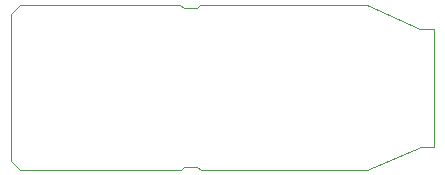
<source format=gm1>
G04 Layer_Color=16711935*
%FSLAX25Y25*%
%MOIN*%
G70*
G01*
G75*
%ADD54C,0.00394*%
D54*
X163140Y98425D02*
X218652D01*
X236368Y106299D01*
X102953Y98425D02*
X156348D01*
X99902Y101476D02*
X102953Y98425D01*
X161786Y99606D02*
X163041Y98425D01*
X157456Y99606D02*
X161786D01*
X156348Y98425D02*
X157456Y99606D01*
X156299Y153543D02*
X157480Y152362D01*
X161811D01*
X162992Y153543D01*
X218504D01*
X102854D02*
X156299D01*
X99902Y150591D02*
X102854Y153543D01*
X99902Y101476D02*
Y150591D01*
X236368Y106299D02*
X240846D01*
Y145669D01*
X236221D02*
X240846D01*
X218504Y153543D02*
X236221Y145669D01*
M02*

</source>
